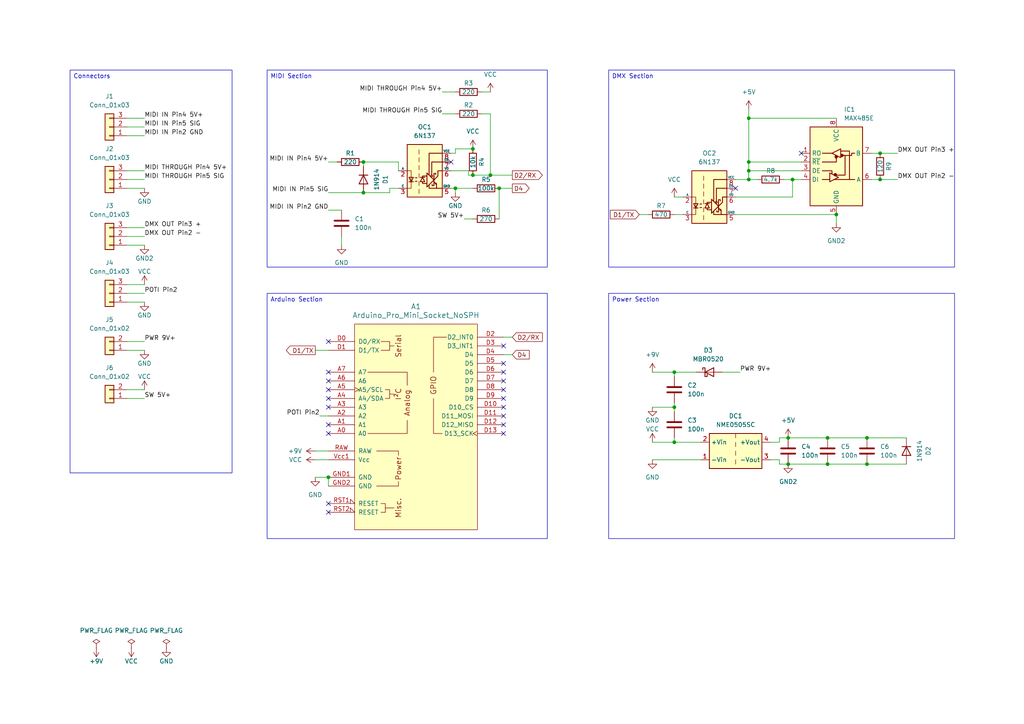
<source format=kicad_sch>
(kicad_sch (version 20230121) (generator eeschema)
  (paper "A4")
  (title_block (title "MIDI-DMX Bridge") (date "2024-01-20") (rev "1.0") (company "Christian Neukam"))
  (lib_symbols
    (symbol "6N137_1" (pin_names (offset 0))
      (property "Reference" "OC1" (at 0 12.7 0))
      (property "Value" "6N137" (at 0 10.16 0))
      (symbol "6N137_1_0_1"
        (polyline (pts (xy 2.667 -3.556) (xy 2.667 -1.651)) (stroke (width 0.254)))
        (polyline (pts (xy 2.667 -2.159) (xy 2.667 -2.921)) (stroke (width 0.254)))
        (polyline (pts (xy 3.429 -3.937) (xy 3.429 -5.08)) (stroke (width 0.254)))
        (polyline (pts (xy -0.635 -3.302) (xy -0.635 -3.683) (xy 0.635 -3.683)) (stroke (width 0.254)))
        (polyline (pts (xy -0.635 -1.905) (xy -0.635 -1.524) (xy 0.508 -1.524)) (stroke (width 0.254)))
        (polyline (pts (xy 1.27 -4.064) (xy 1.27 -5.08) (xy 5.08 -5.08)) (stroke (width 0.254)))
        (polyline (pts (xy 1.27 -1.27) (xy 1.27 5.08) (xy 5.08 5.08)) (stroke (width 0.254)))
        (polyline (pts (xy 2.032 -1.27) (xy 2.032 2.54) (xy 5.08 2.54)) (stroke (width 0.254)))
        (polyline (pts (xy -5.08 -5.08) (xy -3.937 -5.08) (xy -3.937 0) (xy -5.08 0)))
        (polyline (pts (xy 2.667 -3.302) (xy 2.667 -4.318) (xy 2.159 -4.318) (xy 2.159 -3.937)) (stroke (width 0.254)))
        (polyline (pts (xy 2.667 -2.667) (xy 0.635 -4.699) (xy 0.635 -0.635) (xy 2.667 -2.667)) (stroke (width 0.254)))
        (polyline (pts (xy 2.667 -1.778) (xy 2.667 -0.762) (xy 3.175 -0.762) (xy 3.175 -1.143)) (stroke (width 0.254)))
        (polyline (pts (xy 2.794 -2.54) (xy 3.81 -1.524) (xy 3.81 0) (xy 5.08 0)) (stroke (width 0.254)))
        (polyline (pts (xy 2.667 -3.175) (xy 3.429 -3.937) (xy 3.302 -3.556) (xy 3.048 -3.81) (xy 3.429 -3.937)) (stroke (width 0.254)))
        (circle (center 2.032 -1.524) (radius 0.254) (stroke (width 0.254)))
      )
      (symbol "6N137_1_1_1"
        (rectangle (start -5.08 7.62) (end 5.08 -7.62) (stroke (width 0.254)) (fill (type background)))
        (polyline (pts (xy -4.572 -3.175) (xy -3.302 -3.175)) (stroke (width 0.254)))
        (polyline (pts (xy -1.651 -5.334) (xy -1.651 -6.604)))
        (polyline (pts (xy -1.651 -3.048) (xy -1.651 -4.318)))
        (polyline (pts (xy -1.651 -0.762) (xy -1.651 -2.032)))
        (polyline (pts (xy -1.651 1.524) (xy -1.651 0.254)))
        (polyline (pts (xy -1.651 3.81) (xy -1.651 2.54)))
        (polyline (pts (xy -1.651 6.096) (xy -1.651 4.826)))
        (polyline (pts (xy -1.27 -1.905) (xy 0 -1.905)) (stroke (width 0.254)))
        (polyline (pts (xy -3.937 -3.175) (xy -4.572 -1.905) (xy -3.302 -1.905) (xy -3.937 -3.175)) (stroke (width 0.254)))
        (polyline (pts (xy -0.635 -1.905) (xy -1.27 -3.175) (xy 0 -3.175) (xy -0.635 -1.905)) (stroke (width 0.254)))
        (polyline (pts (xy -2.921 -3.048) (xy -2.159 -3.048) (xy -2.54 -3.175) (xy -2.54 -2.921) (xy -2.159 -3.048)) (stroke (width 0.127)))
        (polyline (pts (xy -2.921 -2.032) (xy -2.159 -2.032) (xy -2.54 -2.159) (xy -2.54 -1.905) (xy -2.159 -2.032)) (stroke (width 0.127)))
        (pin no_connect line (at -5.08 5.08 0) (length 2.54) hide (name "NC") (number "1"))
        (pin passive line (at -7.62 0 0) (length 2.54) (name "A") (number "2"))
        (pin passive line (at -7.62 -5.08 0) (length 2.54) (name "C") (number "3"))
        (pin no_connect line (at -5.08 2.54 0) (length 2.54) hide (name "NC") (number "4"))
        (pin power_in line (at 7.62 -5.08 180) (length 2.54) (name "GND") (number "5"))
        (pin open_collector line (at 7.62 0 180) (length 2.54) (name "VO") (number "6"))
        (pin input line (at 7.62 2.54 180) (length 2.54) (name "EN") (number "7"))
        (pin power_in line (at 7.62 5.08 180) (length 2.54) (name "VCC") (number "8"))
      )
    )
    (symbol "Connector_Generic:Conn_01x02" (pin_names (offset 1.016) hide)
      (property "Reference" "J" (at 0 2.54 0))
      (property "Value" "Conn_01x02" (at 0 -5.08 0))
      (symbol "Conn_01x02_1_1"
        (rectangle (start -1.27 -2.413) (end 0 -2.667) (stroke (width 0.1524)))
        (rectangle (start -1.27 0.127) (end 0 -0.127) (stroke (width 0.1524)))
        (rectangle (start -1.27 1.27) (end 1.27 -3.81) (stroke (width 0.254)) (fill (type background)))
        (pin passive line (at -5.08 0 0) (length 3.81) (name "Pin_1") (number "1"))
        (pin passive line (at -5.08 -2.54 0) (length 3.81) (name "Pin_2") (number "2"))
      )
    )
    (symbol "Connector_Generic:Conn_01x03" (pin_names (offset 1.016) hide)
      (property "Reference" "J" (at 0 5.08 0))
      (property "Value" "Conn_01x03" (at 0 -5.08 0))
      (symbol "Conn_01x03_1_1"
        (rectangle (start -1.27 -2.413) (end 0 -2.667) (stroke (width 0.1524)))
        (rectangle (start -1.27 0.127) (end 0 -0.127) (stroke (width 0.1524)))
        (rectangle (start -1.27 2.667) (end 0 2.413) (stroke (width 0.1524)))
        (rectangle (start -1.27 3.81) (end 1.27 -3.81) (stroke (width 0.254)) (fill (type background)))
        (pin passive line (at -5.08 2.54 0) (length 3.81) (name "Pin_1") (number "1"))
        (pin passive line (at -5.08 0 0) (length 3.81) (name "Pin_2") (number "2"))
        (pin passive line (at -5.08 -2.54 0) (length 3.81) (name "Pin_3") (number "3"))
      )
    )
    (symbol "Converter_DCDC:MEE1S0505SC"
      (property "Reference" "PS" (at -7.62 6.35 0))
      (property "Value" "MEE1S0505SC" (at 1.27 6.35 0))
      (symbol "MEE1S0505SC_0_0"
        (pin power_in line (at -10.16 -2.54 0) (length 2.54) (name "-Vin") (number "1"))
        (pin power_in line (at -10.16 2.54 0) (length 2.54) (name "+Vin") (number "2"))
        (pin power_out line (at 10.16 -2.54 180) (length 2.54) (name "-Vout") (number "3"))
        (pin power_out line (at 10.16 2.54 180) (length 2.54) (name "+Vout") (number "4"))
      )
      (symbol "MEE1S0505SC_0_1"
        (rectangle (start -7.62 5.08) (end 7.62 -5.08) (stroke (width 0.254)) (fill (type background)))
        (polyline (pts (xy 0 -2.54) (xy 0 -3.81)))
        (polyline (pts (xy 0 0) (xy 0 -1.27)))
        (polyline (pts (xy 0 2.54) (xy 0 1.27)))
        (polyline (pts (xy 0 5.08) (xy 0 3.81)))
      )
    )
    (symbol "Device:C" (pin_numbers hide) (pin_names (offset 0.254))
      (property "Reference" "C" (at 0.635 2.54 0))
      (property "Value" "C" (at 0.635 -2.54 0))
      (symbol "C_0_1"
        (polyline (pts (xy -2.032 -0.762) (xy 2.032 -0.762)) (stroke (width 0.508)))
        (polyline (pts (xy -2.032 0.762) (xy 2.032 0.762)) (stroke (width 0.508)))
      )
      (symbol "C_1_1"
        (pin passive line (at 0 3.81 270) (length 2.794) (name "~") (number "1"))
        (pin passive line (at 0 -3.81 90) (length 2.794) (name "~") (number "2"))
      )
    )
    (symbol "Device:D_Schottky" (pin_numbers hide) (pin_names (offset 1.016) hide)
      (property "Reference" "D" (at 0 2.54 0))
      (property "Value" "D_Schottky" (at 0 -2.54 0))
      (symbol "D_Schottky_0_1"
        (polyline (pts (xy 1.27 0) (xy -1.27 0)))
        (polyline (pts (xy 1.27 1.27) (xy 1.27 -1.27) (xy -1.27 0) (xy 1.27 1.27)) (stroke (width 0.254)))
        (polyline (pts (xy -1.905 0.635) (xy -1.905 1.27) (xy -1.27 1.27) (xy -1.27 -1.27) (xy -0.635 -1.27) (xy -0.635 -0.635)) (stroke (width 0.254)))
      )
      (symbol "D_Schottky_1_1"
        (pin passive line (at -3.81 0 0) (length 2.54) (name "K") (number "1"))
        (pin passive line (at 3.81 0 180) (length 2.54) (name "A") (number "2"))
      )
    )
    (symbol "Device:R" (pin_numbers hide) (pin_names (offset 0))
      (property "Reference" "R" (at 2.032 0 90))
      (property "Value" "R" (at 0 0 90))
      (symbol "R_0_1"
        (rectangle (start -1.016 -2.54) (end 1.016 2.54) (stroke (width 0.254)))
      )
      (symbol "R_1_1"
        (pin passive line (at 0 3.81 270) (length 1.27) (name "~") (number "1"))
        (pin passive line (at 0 -3.81 90) (length 1.27) (name "~") (number "2"))
      )
    )
    (symbol "Diode:1N914" (pin_numbers hide) (pin_names hide)
      (property "Reference" "D" (at 0 2.54 0))
      (property "Value" "1N914" (at 0 -2.54 0))
      (symbol "1N914_0_1"
        (polyline (pts (xy -1.27 1.27) (xy -1.27 -1.27)) (stroke (width 0.254)))
        (polyline (pts (xy 1.27 0) (xy -1.27 0)))
        (polyline (pts (xy 1.27 1.27) (xy 1.27 -1.27) (xy -1.27 0) (xy 1.27 1.27)) (stroke (width 0.254)))
      )
      (symbol "1N914_1_1"
        (pin passive line (at -3.81 0 0) (length 2.54) (name "K") (number "1"))
        (pin passive line (at 3.81 0 180) (length 2.54) (name "A") (number "2"))
      )
    )
    (symbol "Interface_UART:MAX485E"
      (property "Reference" "U" (at -6.096 11.43 0))
      (property "Value" "MAX485E" (at 0.762 11.43 0))
      (symbol "MAX485E_0_1"
        (rectangle (start -7.62 10.16) (end 7.62 -12.7) (stroke (width 0.254)) (fill (type background)))
        (circle (center -0.3048 -3.683) (radius 0.3556) (stroke (width 0.254)) (fill (type outline)))
        (circle (center -0.0254 1.4986) (radius 0.3556) (stroke (width 0.254)) (fill (type outline)))
        (polyline (pts (xy -4.064 -5.08) (xy -1.905 -5.08)) (stroke (width 0.254)))
        (polyline (pts (xy -4.064 2.54) (xy -1.27 2.54)) (stroke (width 0.254)))
        (polyline (pts (xy -1.27 -3.2004) (xy -1.27 -3.4544)) (stroke (width 0.254)))
        (polyline (pts (xy -0.635 -5.08) (xy 5.334 -5.08)) (stroke (width 0.254)))
        (polyline (pts (xy -4.064 -2.54) (xy -1.27 -2.54) (xy -1.27 -3.175)) (stroke (width 0.254)))
        (polyline (pts (xy 0 1.27) (xy 0 0) (xy -4.064 0)) (stroke (width 0.254)))
        (polyline (pts (xy 1.27 3.175) (xy 3.81 3.175) (xy 3.81 -5.08)) (stroke (width 0.254)))
        (polyline (pts (xy 2.54 1.905) (xy 2.54 -3.81) (xy 0 -3.81)) (stroke (width 0.254)))
        (polyline (pts (xy -1.905 -3.175) (xy -1.905 -5.715) (xy 0.635 -4.445) (xy -1.905 -3.175)) (stroke (width 0.254)))
        (polyline (pts (xy -1.27 2.54) (xy 1.27 3.81) (xy 1.27 1.27) (xy -1.27 2.54)) (stroke (width 0.254)))
        (polyline (pts (xy 1.905 1.905) (xy 4.445 1.905) (xy 4.445 2.54) (xy 5.334 2.54)) (stroke (width 0.254)))
        (rectangle (start 1.27 3.175) (end 1.27 3.175))
        (circle (center 1.651 1.905) (radius 0.3556) (stroke (width 0.254)) (fill (type outline)))
      )
      (symbol "MAX485E_1_1"
        (pin output line (at -10.16 2.54 0) (length 2.54) (name "RO") (number "1"))
        (pin input line (at -10.16 0 0) (length 2.54) (name "~{RE}") (number "2"))
        (pin input line (at -10.16 -2.54 0) (length 2.54) (name "DE") (number "3"))
        (pin input line (at -10.16 -5.08 0) (length 2.54) (name "DI") (number "4"))
        (pin power_in line (at 0 -15.24 90) (length 2.54) (name "GND") (number "5"))
        (pin bidirectional line (at 10.16 -5.08 180) (length 2.54) (name "A") (number "6"))
        (pin bidirectional line (at 10.16 2.54 180) (length 2.54) (name "B") (number "7"))
        (pin power_in line (at 0 12.7 270) (length 2.54) (name "VCC") (number "8"))
      )
    )
    (symbol "Isolator:6N137" (pin_names (offset 0))
      (property "Reference" "OC2" (at 0 12.7 0))
      (property "Value" "6N137" (at 0 10.16 0))
      (symbol "6N137_0_1"
        (polyline (pts (xy 2.667 -3.556) (xy 2.667 -1.651)) (stroke (width 0.254)))
        (polyline (pts (xy 2.667 -2.159) (xy 2.667 -2.921)) (stroke (width 0.254)))
        (polyline (pts (xy 3.429 -3.937) (xy 3.429 -5.08)) (stroke (width 0.254)))
        (polyline (pts (xy -0.635 -3.302) (xy -0.635 -3.683) (xy 0.635 -3.683)) (stroke (width 0.254)))
        (polyline (pts (xy -0.635 -1.905) (xy -0.635 -1.524) (xy 0.508 -1.524)) (stroke (width 0.254)))
        (polyline (pts (xy 1.27 -4.064) (xy 1.27 -5.08) (xy 5.08 -5.08)) (stroke (width 0.254)))
        (polyline (pts (xy 1.27 -1.27) (xy 1.27 5.08) (xy 5.08 5.08)) (stroke (width 0.254)))
        (polyline (pts (xy 2.032 -1.27) (xy 2.032 2.54) (xy 5.08 2.54)) (stroke (width 0.254)))
        (polyline (pts (xy -5.08 -5.08) (xy -3.937 -5.08) (xy -3.937 0) (xy -5.08 0)))
        (polyline (pts (xy 2.667 -3.302) (xy 2.667 -4.318) (xy 2.159 -4.318) (xy 2.159 -3.937)) (stroke (width 0.254)))
        (polyline (pts (xy 2.667 -2.667) (xy 0.635 -4.699) (xy 0.635 -0.635) (xy 2.667 -2.667)) (stroke (width 0.254)))
        (polyline (pts (xy 2.667 -1.778) (xy 2.667 -0.762) (xy 3.175 -0.762) (xy 3.175 -1.143)) (stroke (width 0.254)))
        (polyline (pts (xy 2.794 -2.54) (xy 3.81 -1.524) (xy 3.81 0) (xy 5.08 0)) (stroke (width 0.254)))
        (polyline (pts (xy 2.667 -3.175) (xy 3.429 -3.937) (xy 3.302 -3.556) (xy 3.048 -3.81) (xy 3.429 -3.937)) (stroke (width 0.254)))
        (circle (center 2.032 -1.524) (radius 0.254) (stroke (width 0.254)))
      )
      (symbol "6N137_1_1"
        (rectangle (start -5.08 7.62) (end 5.08 -7.62) (stroke (width 0.254)) (fill (type background)))
        (polyline (pts (xy -4.572 -3.175) (xy -3.302 -3.175)) (stroke (width 0.254)))
        (polyline (pts (xy -1.651 -5.334) (xy -1.651 -6.604)))
        (polyline (pts (xy -1.651 -3.048) (xy -1.651 -4.318)))
        (polyline (pts (xy -1.651 -0.762) (xy -1.651 -2.032)))
        (polyline (pts (xy -1.651 1.524) (xy -1.651 0.254)))
        (polyline (pts (xy -1.651 3.81) (xy -1.651 2.54)))
        (polyline (pts (xy -1.651 6.096) (xy -1.651 4.826)))
        (polyline (pts (xy -1.27 -1.905) (xy 0 -1.905)) (stroke (width 0.254)))
        (polyline (pts (xy -3.937 -3.175) (xy -4.572 -1.905) (xy -3.302 -1.905) (xy -3.937 -3.175)) (stroke (width 0.254)))
        (polyline (pts (xy -0.635 -1.905) (xy -1.27 -3.175) (xy 0 -3.175) (xy -0.635 -1.905)) (stroke (width 0.254)))
        (polyline (pts (xy -2.921 -3.048) (xy -2.159 -3.048) (xy -2.54 -3.175) (xy -2.54 -2.921) (xy -2.159 -3.048)) (stroke (width 0.127)))
        (polyline (pts (xy -2.921 -2.032) (xy -2.159 -2.032) (xy -2.54 -2.159) (xy -2.54 -1.905) (xy -2.159 -2.032)) (stroke (width 0.127)))
        (pin no_connect line (at -5.08 5.08 0) (length 2.54) hide (name "NC") (number "1"))
        (pin passive line (at -7.62 0 0) (length 2.54) (name "A") (number "2"))
        (pin passive line (at -7.62 -5.08 0) (length 2.54) (name "C") (number "3"))
        (pin no_connect line (at -5.08 2.54 0) (length 2.54) hide (name "NC") (number "4"))
        (pin power_in line (at 7.62 -5.08 180) (length 2.54) (name "GND") (number "5"))
        (pin open_collector line (at 7.62 0 180) (length 2.54) (name "VO") (number "6"))
        (pin input line (at 7.62 2.54 180) (length 2.54) (name "EN") (number "7"))
        (pin power_in line (at 7.62 5.08 180) (length 2.54) (name "VCC") (number "8"))
      )
    )
    (symbol "PCM_arduino-library:Arduino_Pro_Mini_Socket_NoSPH" (pin_names (offset 1.016))
      (property "Reference" "A" (at 0 36.83 0))
      (property "Value" "Arduino_Pro_Mini_Socket_NoSPH" (at 0 33.02 0))
      (symbol "Arduino_Pro_Mini_Socket_NoSPH_0_0"
        (rectangle (start -17.78 30.48) (end 17.78 -29.21) (fill (type background)))
        (polyline (pts (xy -7.62 10.16) (xy -6.35 10.16)))
        (polyline (pts (xy -7.62 24.13) (xy -6.35 24.13)))
        (polyline (pts (xy -6.35 -22.86) (xy -8.89 -22.86)))
        (polyline (pts (xy -11.43 -16.51) (xy -5.08 -16.51) (xy -5.08 -15.24)))
        (polyline (pts (xy -5.08 -7.62) (xy -5.08 -6.35) (xy -11.43 -6.35)))
        (polyline (pts (xy -2.54 2.54) (xy -2.54 -1.27) (xy -13.97 -1.27)))
        (polyline (pts (xy -2.54 12.7) (xy -2.54 16.51) (xy -13.97 16.51)))
        (polyline (pts (xy -10.16 25.4) (xy -7.62 25.4) (xy -7.62 22.86) (xy -10.16 22.86)))
        (polyline (pts (xy -8.89 11.43) (xy -7.62 11.43) (xy -7.62 8.89) (xy -8.89 8.89)))
        (text "Analog" (at -2.54 7.62 900) (effects (font (size 1.524 1.524))))
        (text "I²C" (at -5.08 10.16 900) (effects (font (size 1.524 1.524))))
        (text "Misc." (at -5.08 -22.86 900) (effects (font (size 1.524 1.524))))
        (text "Power" (at -5.08 -11.43 900) (effects (font (size 1.524 1.524))))
        (text "Serial" (at -5.08 24.13 900) (effects (font (size 1.524 1.524))))
      )
      (symbol "Arduino_Pro_Mini_Socket_NoSPH_0_1"
        (polyline (pts (xy 7.62 -1.27) (xy 5.08 -1.27) (xy 5.08 8.89)))
        (polyline (pts (xy 8.89 26.67) (xy 5.08 26.67) (xy 5.08 16.51)))
        (polyline (pts (xy -10.16 -24.13) (xy -8.89 -24.13) (xy -8.89 -21.59) (xy -10.16 -21.59)))
      )
      (symbol "Arduino_Pro_Mini_Socket_NoSPH_1_0"
        (text "GPIO" (at 5.08 12.7 900) (effects (font (size 1.524 1.524))))
      )
      (symbol "Arduino_Pro_Mini_Socket_NoSPH_1_1"
        (pin bidirectional line (at -25.4 -1.27 0) (length 7.62) (name "A0") (number "A0"))
        (pin bidirectional line (at -25.4 1.27 0) (length 7.62) (name "A1") (number "A1"))
        (pin bidirectional line (at -25.4 3.81 0) (length 7.62) (name "A2") (number "A2"))
        (pin bidirectional line (at -25.4 6.35 0) (length 7.62) (name "A3") (number "A3"))
        (pin bidirectional line (at -25.4 8.89 0) (length 7.62) (name "A4/SDA") (number "A4"))
        (pin bidirectional clock (at -25.4 11.43 0) (length 7.62) (name "A5/SCL") (number "A5"))
        (pin input line (at -25.4 13.97 0) (length 7.62) (name "A6") (number "A6"))
        (pin input line (at -25.4 16.51 0) (length 7.62) (name "A7") (number "A7"))
        (pin bidirectional line (at -25.4 25.4 0) (length 7.62) (name "D0/RX") (number "D0"))
        (pin bidirectional line (at -25.4 22.86 0) (length 7.62) (name "D1/TX") (number "D1"))
        (pin bidirectional line (at 25.4 6.35 180) (length 7.62) (name "D10_CS") (number "D10"))
        (pin bidirectional line (at 25.4 3.81 180) (length 7.62) (name "D11_MOSI") (number "D11"))
        (pin bidirectional line (at 25.4 1.27 180) (length 7.62) (name "D12_MISO") (number "D12"))
        (pin bidirectional clock (at 25.4 -1.27 180) (length 7.62) (name "D13_SCK") (number "D13"))
        (pin bidirectional line (at 25.4 26.67 180) (length 7.62) (name "D2_INT0") (number "D2"))
        (pin bidirectional line (at 25.4 24.13 180) (length 7.62) (name "D3_INT1") (number "D3"))
        (pin bidirectional line (at 25.4 21.59 180) (length 7.62) (name "D4") (number "D4"))
        (pin bidirectional line (at 25.4 19.05 180) (length 7.62) (name "D5") (number "D5"))
        (pin bidirectional line (at 25.4 16.51 180) (length 7.62) (name "D6") (number "D6"))
        (pin bidirectional line (at 25.4 13.97 180) (length 7.62) (name "D7") (number "D7"))
        (pin bidirectional line (at 25.4 11.43 180) (length 7.62) (name "D8") (number "D8"))
        (pin bidirectional line (at 25.4 8.89 180) (length 7.62) (name "D9") (number "D9"))
        (pin power_in line (at -25.4 -13.97 0) (length 7.62) (name "GND") (number "GND1"))
        (pin power_in line (at -25.4 -16.51 0) (length 7.62) (name "GND") (number "GND2"))
        (pin power_in line (at -25.4 -6.35 0) (length 7.62) (name "RAW") (number "RAW"))
        (pin open_collector input_low (at -25.4 -21.59 0) (length 7.62) (name "RESET") (number "RST1"))
        (pin open_collector input_low (at -25.4 -24.13 0) (length 7.62) (name "RESET") (number "RST2"))
        (pin power_in line (at -25.4 -8.89 0) (length 7.62) (name "Vcc") (number "Vcc1"))
      )
    )
    (symbol "power:+5V" (power) (pin_names (offset 0))
      (property "Value" "+5V" (at 0 3.556 0))
      (symbol "+5V_0_1"
        (polyline (pts (xy -0.762 1.27) (xy 0 2.54)))
        (polyline (pts (xy 0 0) (xy 0 2.54)))
        (polyline (pts (xy 0 2.54) (xy 0.762 1.27)))
      )
      (symbol "+5V_1_1"
        (pin power_in line (at 0 0 90) (length 0) hide (name "+5V") (number "1"))
      )
    )
    (symbol "power:+9V" (power) (pin_names (offset 0))
      (property "Value" "+9V" (at 0 3.556 0))
      (symbol "+9V_0_1"
        (polyline (pts (xy -0.762 1.27) (xy 0 2.54)))
        (polyline (pts (xy 0 0) (xy 0 2.54)))
        (polyline (pts (xy 0 2.54) (xy 0.762 1.27)))
      )
      (symbol "+9V_1_1"
        (pin power_in line (at 0 0 90) (length 0) hide (name "+9V") (number "1"))
      )
    )
    (symbol "power:GND" (power) (pin_names (offset 0))
      (property "Value" "GND" (at 0 -3.81 0))
      (symbol "GND_0_1"
        (polyline (pts (xy 0 0) (xy 0 -1.27) (xy 1.27 -1.27) (xy 0 -2.54) (xy -1.27 -1.27) (xy 0 -1.27)))
      )
      (symbol "GND_1_1"
        (pin power_in line (at 0 0 270) (length 0) hide (name "GND") (number "1"))
      )
    )
    (symbol "power:GND2" (power) (pin_names (offset 0))
      (property "Value" "GND2" (at 0 -3.81 0))
      (symbol "GND2_0_1"
        (polyline (pts (xy 0 0) (xy 0 -1.27) (xy 1.27 -1.27) (xy 0 -2.54) (xy -1.27 -1.27) (xy 0 -1.27)))
      )
      (symbol "GND2_1_1"
        (pin power_in line (at 0 0 270) (length 0) hide (name "GND2") (number "1"))
      )
    )
    (symbol "power:PWR_FLAG" (power) (pin_numbers hide) (pin_names (offset 0) hide)
      (property "Value" "PWR_FLAG" (at 0 3.81 0))
      (symbol "PWR_FLAG_0_0"
        (pin power_out line (at 0 0 90) (length 0) (name "pwr") (number "1"))
      )
      (symbol "PWR_FLAG_0_1"
        (polyline (pts (xy 0 0) (xy 0 1.27) (xy -1.016 1.905) (xy 0 2.54) (xy 1.016 1.905) (xy 0 1.27)))
      )
    )
    (symbol "power:VCC" (power) (pin_names (offset 0))
      (property "Value" "VCC" (at 0 3.81 0))
      (symbol "VCC_0_1"
        (polyline (pts (xy -0.762 1.27) (xy 0 2.54)))
        (polyline (pts (xy 0 0) (xy 0 2.54)))
        (polyline (pts (xy 0 2.54) (xy 0.762 1.27)))
      )
      (symbol "VCC_1_1"
        (pin power_in line (at 0 0 90) (length 0) hide (name "VCC") (number "1"))
      )
    )
  )
  (junction (at 105.41 55.88))
  (junction (at 240.03 134.62))
  (junction (at 217.17 46.99))
  (junction (at 228.6 134.62))
  (junction (at 95.25 138.43))
  (junction (at 217.17 34.29))
  (junction (at 132.08 54.61))
  (junction (at 255.27 52.07))
  (junction (at 195.58 128.27))
  (junction (at 217.17 49.53))
  (junction (at 195.58 107.95))
  (junction (at 228.6 127))
  (junction (at 144.78 54.61))
  (junction (at 137.16 50.8))
  (junction (at 142.24 50.8))
  (junction (at 242.57 62.23))
  (junction (at 137.16 43.18))
  (junction (at 251.46 134.62))
  (junction (at 251.46 127))
  (junction (at 255.27 44.45))
  (junction (at 217.17 52.07))
  (junction (at 229.87 52.07))
  (junction (at 240.03 127))
  (junction (at 105.41 46.99))
  (junction (at 195.58 118.11))
  (no_connect (at 146.05 113.03))
  (no_connect (at 146.05 115.57))
  (no_connect (at 95.25 146.05))
  (no_connect (at 146.05 120.65))
  (no_connect (at 146.05 125.73))
  (no_connect (at 146.05 107.95))
  (no_connect (at 146.05 100.33))
  (no_connect (at 130.81 46.99))
  (no_connect (at 95.25 115.57))
  (no_connect (at 213.36 54.61))
  (no_connect (at 95.25 125.73))
  (no_connect (at 95.25 99.06))
  (no_connect (at 95.25 123.19))
  (no_connect (at 95.25 113.03))
  (no_connect (at 95.25 148.59))
  (no_connect (at 146.05 105.41))
  (no_connect (at 146.05 110.49))
  (no_connect (at 146.05 123.19))
  (no_connect (at 232.41 44.45))
  (no_connect (at 95.25 110.49))
  (no_connect (at 146.05 118.11))
  (no_connect (at 95.25 107.95))
  (no_connect (at 95.25 118.11))
  (wire (pts (xy 195.58 118.11) (xy 195.58 119.38)))
  (wire (pts (xy 105.41 48.26) (xy 105.41 46.99)))
  (wire (pts (xy 144.78 54.61) (xy 144.78 63.5)))
  (wire (pts (xy 95.25 55.88) (xy 105.41 55.88)))
  (wire (pts (xy 36.83 66.04) (xy 41.91 66.04)))
  (wire (pts (xy 252.73 52.07) (xy 255.27 52.07)))
  (wire (pts (xy 217.17 46.99) (xy 232.41 46.99)))
  (wire (pts (xy 209.55 107.95) (xy 214.63 107.95)))
  (wire (pts (xy 229.87 52.07) (xy 232.41 52.07)))
  (wire (pts (xy 217.17 34.29) (xy 242.57 34.29)))
  (wire (pts (xy 242.57 62.23) (xy 242.57 64.77)))
  (wire (pts (xy 229.87 57.15) (xy 229.87 52.07)))
  (wire (pts (xy 185.42 62.23) (xy 187.96 62.23)))
  (wire (pts (xy 217.17 46.99) (xy 217.17 49.53)))
  (wire (pts (xy 36.83 39.37) (xy 41.91 39.37)))
  (wire (pts (xy 213.36 52.07) (xy 217.17 52.07)))
  (wire (pts (xy 137.16 50.8) (xy 142.24 50.8)))
  (wire (pts (xy 251.46 127) (xy 262.89 127)))
  (wire (pts (xy 91.44 130.81) (xy 95.25 130.81)))
  (wire (pts (xy 36.83 52.07) (xy 41.91 52.07)))
  (wire (pts (xy 219.71 52.07) (xy 217.17 52.07)))
  (wire (pts (xy 227.33 52.07) (xy 229.87 52.07)))
  (wire (pts (xy 128.27 26.67) (xy 132.08 26.67)))
  (wire (pts (xy 189.23 107.95) (xy 195.58 107.95)))
  (wire (pts (xy 132.08 54.61) (xy 137.16 54.61)))
  (wire (pts (xy 92.71 120.65) (xy 95.25 120.65)))
  (wire (pts (xy 240.03 134.62) (xy 251.46 134.62)))
  (wire (pts (xy 134.62 63.5) (xy 137.16 63.5)))
  (wire (pts (xy 146.05 102.87) (xy 148.59 102.87)))
  (wire (pts (xy 135.89 49.53) (xy 135.89 50.8)))
  (wire (pts (xy 195.58 116.84) (xy 195.58 118.11)))
  (wire (pts (xy 213.36 57.15) (xy 229.87 57.15)))
  (wire (pts (xy 130.81 44.45) (xy 132.08 44.45)))
  (wire (pts (xy 36.83 49.53) (xy 41.91 49.53)))
  (wire (pts (xy 36.83 68.58) (xy 41.91 68.58)))
  (wire (pts (xy 36.83 34.29) (xy 41.91 34.29)))
  (wire (pts (xy 195.58 107.95) (xy 195.58 109.22)))
  (wire (pts (xy 240.03 127) (xy 251.46 127)))
  (wire (pts (xy 228.6 127) (xy 240.03 127)))
  (wire (pts (xy 115.57 49.53) (xy 115.57 46.99)))
  (wire (pts (xy 146.05 97.79) (xy 148.59 97.79)))
  (wire (pts (xy 132.08 54.61) (xy 132.08 55.88)))
  (wire (pts (xy 113.03 54.61) (xy 115.57 54.61)))
  (wire (pts (xy 223.52 133.35) (xy 226.06 133.35)))
  (wire (pts (xy 113.03 54.61) (xy 113.03 55.88)))
  (wire (pts (xy 105.41 46.99) (xy 115.57 46.99)))
  (wire (pts (xy 130.81 54.61) (xy 132.08 54.61)))
  (wire (pts (xy 252.73 44.45) (xy 255.27 44.45)))
  (wire (pts (xy 255.27 44.45) (xy 260.35 44.45)))
  (wire (pts (xy 36.83 101.6) (xy 41.91 101.6)))
  (wire (pts (xy 91.44 138.43) (xy 95.25 138.43)))
  (wire (pts (xy 195.58 62.23) (xy 198.12 62.23)))
  (wire (pts (xy 36.83 115.57) (xy 41.91 115.57)))
  (wire (pts (xy 95.25 138.43) (xy 95.25 140.97)))
  (wire (pts (xy 195.58 57.15) (xy 198.12 57.15)))
  (wire (pts (xy 217.17 34.29) (xy 217.17 46.99)))
  (wire (pts (xy 36.83 85.09) (xy 41.91 85.09)))
  (wire (pts (xy 255.27 52.07) (xy 260.35 52.07)))
  (wire (pts (xy 95.25 46.99) (xy 97.79 46.99)))
  (wire (pts (xy 217.17 49.53) (xy 232.41 49.53)))
  (wire (pts (xy 189.23 118.11) (xy 195.58 118.11)))
  (wire (pts (xy 36.83 54.61) (xy 41.91 54.61)))
  (wire (pts (xy 132.08 44.45) (xy 132.08 43.18)))
  (wire (pts (xy 142.24 50.8) (xy 148.59 50.8)))
  (wire (pts (xy 95.25 60.96) (xy 99.06 60.96)))
  (wire (pts (xy 189.23 128.27) (xy 195.58 128.27)))
  (wire (pts (xy 226.06 134.62) (xy 228.6 134.62)))
  (wire (pts (xy 130.81 49.53) (xy 135.89 49.53)))
  (wire (pts (xy 223.52 128.27) (xy 226.06 128.27)))
  (wire (pts (xy 195.58 127) (xy 195.58 128.27)))
  (wire (pts (xy 128.27 33.02) (xy 132.08 33.02)))
  (wire (pts (xy 36.83 36.83) (xy 41.91 36.83)))
  (wire (pts (xy 132.08 43.18) (xy 137.16 43.18)))
  (wire (pts (xy 139.7 26.67) (xy 142.24 26.67)))
  (wire (pts (xy 189.23 133.35) (xy 203.2 133.35)))
  (wire (pts (xy 36.83 113.03) (xy 41.91 113.03)))
  (wire (pts (xy 91.44 101.6) (xy 95.25 101.6)))
  (wire (pts (xy 36.83 87.63) (xy 41.91 87.63)))
  (wire (pts (xy 139.7 33.02) (xy 142.24 33.02)))
  (wire (pts (xy 142.24 33.02) (xy 142.24 50.8)))
  (wire (pts (xy 195.58 128.27) (xy 203.2 128.27)))
  (wire (pts (xy 217.17 49.53) (xy 217.17 52.07)))
  (wire (pts (xy 228.6 134.62) (xy 240.03 134.62)))
  (wire (pts (xy 105.41 55.88) (xy 113.03 55.88)))
  (wire (pts (xy 99.06 68.58) (xy 99.06 71.12)))
  (wire (pts (xy 217.17 31.75) (xy 217.17 34.29)))
  (wire (pts (xy 144.78 54.61) (xy 148.59 54.61)))
  (wire (pts (xy 226.06 128.27) (xy 226.06 127)))
  (wire (pts (xy 36.83 99.06) (xy 41.91 99.06)))
  (wire (pts (xy 226.06 127) (xy 228.6 127)))
  (wire (pts (xy 226.06 133.35) (xy 226.06 134.62)))
  (wire (pts (xy 36.83 82.55) (xy 41.91 82.55)))
  (wire (pts (xy 251.46 134.62) (xy 262.89 134.62)))
  (wire (pts (xy 195.58 107.95) (xy 201.93 107.95)))
  (wire (pts (xy 36.83 71.12) (xy 41.91 71.12)))
  (wire (pts (xy 135.89 50.8) (xy 137.16 50.8)))
  (wire (pts (xy 213.36 62.23) (xy 242.57 62.23)))
  (wire (pts (xy 91.44 133.35) (xy 95.25 133.35)))
  (text_box "DMX Section\n" (at 176.53 20.32 0) (size 100.33 57.15) (effects (font (size 1.27 1.27)) (justify left top)))
  (text_box "Arduino Section" (at 77.47 85.09 0) (size 81.28 71.12) (effects (font (size 1.27 1.27)) (justify left top)))
  (text_box "MIDI Section" (at 77.47 20.32 0) (size 81.28 57.15) (effects (font (size 1.27 1.27)) (justify left top)))
  (text_box "Power Section" (at 176.53 85.09 0) (size 100.33 71.12) (effects (font (size 1.27 1.27)) (justify left top)))
  (text_box "Connectors\n" (at 20.32 20.32 0) (size 46.99 116.84) (effects (font (size 1.27 1.27)) (justify left top)))
  (label "PWR 9V+" (at 41.91 99.06 0))
  (label "PWR 9V+" (at 214.63 107.95 0))
  (label "POTI Pin2" (at 92.71 120.65 180))
  (label "MIDI THROUGH Pin5 SIG" (at 128.27 33.02 180))
  (label "MIDI IN Pin4 5V+" (at 95.25 46.99 180))
  (label "MIDI THROUGH Pin4 5V+" (at 128.27 26.67 180))
  (label "SW 5V+" (at 41.91 115.57 0))
  (label "SW 5V+" (at 134.62 63.5 180))
  (label "DMX OUT Pin3 +" (at 41.91 66.04 0))
  (label "MIDI THROUGH Pin4 5V+" (at 41.91 49.53 0))
  (label "DMX OUT Pin3 +" (at 260.35 44.45 0))
  (label "MIDI IN Pin4 5V+" (at 41.91 34.29 0))
  (label "POTI Pin2" (at 41.91 85.09 0))
  (label "DMX OUT Pin2 -" (at 41.91 68.58 0))
  (label "MIDI THROUGH Pin5 SIG" (at 41.91 52.07 0))
  (label "MIDI IN Pin5 SIG" (at 41.91 36.83 0))
  (label "MIDI IN Pin2 GND" (at 95.25 60.96 180))
  (label "MIDI IN Pin2 GND" (at 41.91 39.37 0))
  (label "DMX OUT Pin2 -" (at 260.35 52.07 0))
  (label "MIDI IN Pin5 SIG" (at 95.25 55.88 180))
  (global_label "D1{slash}TX" (shape output) (at 91.44 101.6 180) (property "Intersheetrefs" "${INTERSHEET_REFS}" (effects hide)))
  (global_label "D1{slash}TX" (shape input) (at 185.42 62.23 180) (property "Intersheetrefs" "${INTERSHEET_REFS}" (effects hide)))
  (global_label "D2{slash}RX" (shape input) (at 148.59 97.79 0) (property "Intersheetrefs" "${INTERSHEET_REFS}" (effects hide)))
  (global_label "D2{slash}RX" (shape output) (at 148.59 50.8 0) (property "Intersheetrefs" "${INTERSHEET_REFS}" (effects hide)))
  (global_label "D4" (shape input) (at 148.59 102.87 0) (property "Intersheetrefs" "${INTERSHEET_REFS}" (effects hide)))
  (global_label "D4" (shape output) (at 148.59 54.61 0) (property "Intersheetrefs" "${INTERSHEET_REFS}" (effects hide)))
  (symbol (lib_id "Interface_UART:MAX485E") (at 242.57 46.99 0) (unit 1)
    (property "Reference" "IC1" (at 244.7641 31.75 0) (effects (justify left)))
    (property "Value" "MAX485E" (at 244.7641 34.29 0) (effects (justify left)))
    (property "Footprint" "Package_SO:SOIC-8_3.9x4.9mm_P1.27mm" (effects hide))
    (property "Datasheet" "https://datasheets.maximintegrated.com/en/ds/MAX1487E-MAX491E.pdf" (effects hide))
    (property "URL" "https://www.reichelt.de/rs485-422-1-treiber-1-empfaenger-dip-8-max-485-cpa-p39599.html" (effects hide))
  )
  (symbol (lib_id "power:GND") (at 99.06 71.12 0) (unit 1)
    (property "Reference" "#PWR01" (effects hide))
    (property "Value" "GND" (at 99.06 76.2 0))
  )
  (symbol (lib_id "Device:C") (at 251.46 130.81 0) (unit 1)
    (property "Reference" "C6" (at 255.27 129.54 0) (effects (justify left)))
    (property "Value" "100n" (at 255.27 132.08 0) (effects (justify left)))
    (property "Footprint" "Capacitor_SMD:C_1206_3216Metric" (effects hide))
    (property "Datasheet" "https://cdn-reichelt.de/documents/datenblatt/B300/WIMA_MKS_02.pdf" (effects hide))
    (property "URL" "https://www.reichelt.de/mks02-pet-kondensator-100-nf-10-63-vdc-rm-2-5-mks02-63-100n-p12314.html" (effects hide))
  )
  (symbol (lib_id "Device:C") (at 195.58 113.03 0) (unit 1)
    (property "Reference" "C2" (at 199.39 111.76 0) (effects (justify left)))
    (property "Value" "100n" (at 199.39 114.3 0) (effects (justify left)))
    (property "Footprint" "Capacitor_SMD:C_1206_3216Metric" (effects hide))
    (property "Datasheet" "https://cdn-reichelt.de/documents/datenblatt/B300/WIMA_MKS_02.pdf" (effects hide))
    (property "URL" "https://www.reichelt.de/mks02-pet-kondensator-100-nf-10-63-vdc-rm-2-5-mks02-63-100n-p12314.html" (effects hide))
  )
  (symbol (lib_id "power:+5V") (at 228.6 127 0) (unit 1)
    (property "Reference" "#PWR08" (effects hide))
    (property "Value" "+5V" (at 228.6 121.92 0))
  )
  (symbol (lib_id "power:VCC") (at 91.44 133.35 90) (unit 1)
    (property "Reference" "#PWR017" (effects hide))
    (property "Value" "VCC" (at 87.63 133.35 90) (effects (justify left)))
  )
  (symbol (lib_id "power:GND") (at 41.91 101.6 0) (unit 1)
    (property "Reference" "#PWR015" (effects hide))
    (property "Value" "GND" (at 41.91 105.41 0))
  )
  (symbol (lib_id "Device:C") (at 228.6 130.81 0) (unit 1)
    (property "Reference" "C4" (at 232.41 129.54 0) (effects (justify left)))
    (property "Value" "100n" (at 232.41 132.08 0) (effects (justify left)))
    (property "Footprint" "Capacitor_SMD:C_1206_3216Metric" (effects hide))
    (property "Datasheet" "https://cdn-reichelt.de/documents/datenblatt/B300/WIMA_MKS_02.pdf" (effects hide))
    (property "URL" "https://www.reichelt.de/mks02-pet-kondensator-100-nf-10-63-vdc-rm-2-5-mks02-63-100n-p12314.html" (effects hide))
  )
  (symbol (lib_id "Converter_DCDC:MEE1S0505SC") (at 213.36 130.81 0) (unit 1)
    (property "Reference" "DC1" (at 213.36 120.65 0))
    (property "Value" "NME0505SC" (at 213.36 123.19 0))
    (property "Footprint" "Converter_DCDC:Converter_DCDC_Murata_MEE1SxxxxSC_THT" (effects hide))
    (property "Datasheet" "https://power.murata.com/pub/data/power/ncl/kdc_mee1.pdf" (effects hide))
    (property "URL" "https://www.reichelt.de/dc-dc-wandler-1-w-5-vin-single-5-vout-200-ma-sil-nme0505sc-p140648.html" (effects hide))
  )
  (symbol (lib_id "Device:C") (at 99.06 64.77 0) (unit 1)
    (property "Reference" "C1" (at 102.87 63.5 0) (effects (justify left)))
    (property "Value" "100n" (at 102.87 66.04 0) (effects (justify left)))
    (property "Footprint" "Capacitor_SMD:C_1206_3216Metric" (effects hide))
    (property "Datasheet" "https://cdn-reichelt.de/documents/datenblatt/B300/WIMA_MKS_02.pdf" (effects hide))
    (property "URL" "https://www.reichelt.de/mks02-pet-kondensator-100-nf-10-63-vdc-rm-2-5-mks02-63-100n-p12314.html" (effects hide))
  )
  (symbol (lib_id "power:GND") (at 189.23 133.35 0) (unit 1)
    (property "Reference" "#PWR07" (effects hide))
    (property "Value" "GND" (at 189.23 138.43 0))
  )
  (symbol (lib_id "power:VCC") (at 189.23 128.27 0) (unit 1)
    (property "Reference" "#PWR012" (effects hide))
    (property "Value" "VCC" (at 189.23 124.46 0))
  )
  (symbol (lib_id "Device:R") (at 140.97 63.5 90) (unit 1)
    (property "Reference" "R6" (at 140.97 60.96 90))
    (property "Value" "270" (at 140.97 63.5 90))
    (property "Footprint" "Resistor_SMD:R_1206_3216Metric" (effects hide))
    (property "Datasheet" "https://www.reichelt.de/index.html?ACTION=7&LA=3&OPEN=0&INDEX=0&FILENAME=B400%2F1_4W%23YAG.pdf" (effects hide))
    (property "URL" "https://www.reichelt.de/widerstand-kohleschicht-270-ohm-0207-250-mw-5--1-4w-270-p1390.html" (effects hide))
  )
  (symbol (lib_id "Device:R") (at 137.16 46.99 0) (unit 1)
    (property "Reference" "R4" (at 139.7 46.99 90))
    (property "Value" "10k" (at 137.16 46.99 90))
    (property "Footprint" "Resistor_SMD:R_1206_3216Metric" (effects hide))
    (property "Datasheet" "https://www.reichelt.de/index.html?ACTION=7&LA=3&OPEN=0&INDEX=0&FILENAME=B400%2F1_4W%23YAG.pdf" (effects hide))
    (property "URL" "https://www.reichelt.de/widerstand-kohleschicht-10-kohm-0207-250-mw-5--1-4w-10k-p1338.html" (effects hide))
  )
  (symbol (lib_id "power:GND") (at 132.08 55.88 0) (unit 1)
    (property "Reference" "#PWR03" (effects hide))
    (property "Value" "GND" (at 132.08 59.69 0))
  )
  (symbol (lib_id "power:PWR_FLAG") (at 48.26 187.96 0) (unit 1)
    (property "Reference" "#FLG02" (effects hide))
    (property "Value" "PWR_FLAG" (at 48.26 182.88 0))
  )
  (symbol (lib_id "power:VCC") (at 142.24 26.67 0) (unit 1)
    (property "Reference" "#PWR02" (effects hide))
    (property "Value" "VCC" (at 142.24 21.59 0))
  )
  (symbol (lib_id "Connector_Generic:Conn_01x03") (at 31.75 68.58 180) (unit 1)
    (property "Reference" "J3" (at 31.75 59.69 0))
    (property "Value" "Conn_01x03" (at 31.75 62.23 0))
    (property "Footprint" "Connector_Molex:Molex_KK-254_AE-6410-03A_1x03_P2.54mm_Vertical" (effects hide))
  )
  (symbol (lib_id "power:GND") (at 91.44 138.43 0) (unit 1)
    (property "Reference" "#PWR020" (effects hide))
    (property "Value" "GND" (at 91.44 143.51 0))
  )
  (symbol (lib_id "Isolator:6N137") (at 205.74 57.15 0) (unit 1)
    (property "Reference" "OC2" (at 205.74 44.45 0))
    (property "Value" "6N137" (at 205.74 46.99 0))
    (property "Footprint" "Package_DIP:SMDIP-8_W9.53mm" (effects hide))
    (property "Datasheet" "https://cdn-reichelt.de/documents/datenblatt/A500/6N137.pdf" (effects hide))
    (property "URL" "https://www.reichelt.de/optokoppler-6n-137-p2858.html" (effects hide))
  )
  (symbol (lib_id "power:PWR_FLAG") (at 38.1 187.96 0) (unit 1)
    (property "Reference" "#FLG03" (effects hide))
    (property "Value" "PWR_FLAG" (at 38.1 182.88 0))
  )
  (symbol (lib_id "Connector_Generic:Conn_01x03") (at 31.75 52.07 180) (unit 1)
    (property "Reference" "J2" (at 31.75 43.18 0))
    (property "Value" "Conn_01x03" (at 31.75 45.72 0))
    (property "Footprint" "Connector_Molex:Molex_KK-254_AE-6410-03A_1x03_P2.54mm_Vertical" (effects hide))
  )
  (symbol (lib_id "power:GND") (at 41.91 54.61 0) (unit 1)
    (property "Reference" "#PWR04" (effects hide))
    (property "Value" "GND" (at 41.91 58.42 0))
  )
  (symbol (lib_id "power:+9V") (at 27.94 187.96 180) (unit 1)
    (property "Reference" "#PWR025" (effects hide))
    (property "Value" "+9V" (at 27.94 191.77 0))
  )
  (symbol (lib_id "power:VCC") (at 137.16 43.18 0) (unit 1)
    (property "Reference" "#PWR011" (effects hide))
    (property "Value" "VCC" (at 137.16 38.1 0))
  )
  (symbol (lib_id "power:VCC") (at 38.1 187.96 180) (unit 1)
    (property "Reference" "#PWR021" (effects hide))
    (property "Value" "VCC" (at 38.1 191.77 0))
  )
  (symbol (lib_id "power:+9V") (at 91.44 130.81 90) (unit 1)
    (property "Reference" "#PWR026" (effects hide))
    (property "Value" "+9V" (at 87.63 130.81 90) (effects (justify left)))
  )
  (symbol (lib_id "power:+5V") (at 217.17 31.75 0) (unit 1)
    (property "Reference" "#PWR010" (effects hide))
    (property "Value" "+5V" (at 217.17 26.67 0))
  )
  (symbol (lib_id "Device:R") (at 101.6 46.99 90) (unit 1)
    (property "Reference" "R1" (at 101.6 44.45 90))
    (property "Value" "220" (at 101.6 46.99 90))
    (property "Footprint" "Resistor_SMD:R_1206_3216Metric" (effects hide))
    (property "Datasheet" "https://www.reichelt.de/index.html?ACTION=7&LA=3&OPEN=0&INDEX=0&FILENAME=B400%2F1_4W%23YAG.pdf" (effects hide))
    (property "URL" "https://www.reichelt.de/widerstand-kohleschicht-220-ohm-0207-250-mw-5--1-4w-220-p1382.html" (effects hide))
  )
  (symbol (lib_id "Device:D_Schottky") (at 205.74 107.95 0) (unit 1)
    (property "Reference" "D3" (at 205.4225 101.6 0))
    (property "Value" "MBR0520" (at 205.4225 104.14 0))
    (property "Footprint" "Diode_SMD:D_SOD-123" (effects hide))
    (property "Datasheet" "https://www.reichelt.de/index.html?ACTION=7&LA=3&OPEN=0&INDEX=0&FILENAME=A400%2FSY600925_E.pdf" (effects hide))
    (property "URL" "https://www.reichelt.de/schottkydiode-20-v-0-5-a-sod-123-mbr-0520lt1g-ons-p219620.html" (effects hide))
  )
  (symbol (lib_id "Device:R") (at 135.89 26.67 90) (unit 1)
    (property "Reference" "R3" (at 135.89 24.13 90))
    (property "Value" "220" (at 135.89 26.67 90))
    (property "Footprint" "Resistor_SMD:R_1206_3216Metric" (effects hide))
    (property "Datasheet" "https://www.reichelt.de/index.html?ACTION=7&LA=3&OPEN=0&INDEX=0&FILENAME=B400%2F1_4W%23YAG.pdf" (effects hide))
    (property "URL" "https://www.reichelt.de/widerstand-kohleschicht-220-ohm-0207-250-mw-5--1-4w-220-p1382.html" (effects hide))
  )
  (symbol (lib_id "Connector_Generic:Conn_01x02") (at 31.75 115.57 180) (unit 1)
    (property "Reference" "J6" (at 31.75 106.68 0))
    (property "Value" "Conn_01x02" (at 31.75 109.22 0))
    (property "Footprint" "Connector_Molex:Molex_KK-254_AE-6410-02A_1x02_P2.54mm_Vertical" (effects hide))
  )
  (symbol (lib_id "Connector_Generic:Conn_01x03") (at 31.75 85.09 180) (unit 1)
    (property "Reference" "J4" (at 31.75 76.2 0))
    (property "Value" "Conn_01x03" (at 31.75 78.74 0))
    (property "Footprint" "Connector_Molex:Molex_KK-254_AE-6410-03A_1x03_P2.54mm_Vertical" (effects hide))
  )
  (symbol (lib_id "Device:R") (at 140.97 54.61 90) (unit 1)
    (property "Reference" "R5" (at 140.97 52.07 90))
    (property "Value" "100k" (at 140.97 54.61 90))
    (property "Footprint" "Resistor_SMD:R_1206_3216Metric" (effects hide))
    (property "Datasheet" "https://www.reichelt.de/index.html?ACTION=7&LA=3&OPEN=0&INDEX=0&FILENAME=B400%2F1_4W%23YAG.pdf" (effects hide))
    (property "URL" "https://www.reichelt.de/widerstand-kohleschicht-100-kohm-0207-250-mw-5--1-4w-100k-p1337.html" (effects hide))
  )
  (symbol (lib_id "Device:R") (at 255.27 48.26 0) (unit 1)
    (property "Reference" "R9" (at 257.81 48.26 90))
    (property "Value" "120" (at 255.27 48.26 90))
    (property "Footprint" "Resistor_SMD:R_1206_3216Metric" (effects hide))
    (property "Datasheet" "https://www.reichelt.de/index.html?ACTION=7&LA=3&OPEN=0&INDEX=0&FILENAME=B400%2F1_4W%23YAG.pdf" (effects hide))
    (property "URL" "https://www.reichelt.de/widerstand-kohleschicht-120-ohm-0207-250-mw-5--1-4w-120-p1346.html" (effects hide))
  )
  (symbol (lib_id "Diode:1N914") (at 262.89 130.81 270) (unit 1)
    (property "Reference" "D2" (at 269.24 130.81 0))
    (property "Value" "1N914" (at 266.7 130.81 0))
    (property "Footprint" "Diode_SMD:D_SOD-123" (effects hide))
    (property "Datasheet" "http://www.vishay.com/docs/85622/1n914.pdf" (effects hide))
    (property "Sim.Device" "D" (effects hide))
    (property "Sim.Pins" "1=K 2=A" (effects hide))
    (property "URL" "https://www.reichelt.de/gleichrichterdiode-100-v-0-2-a-do-35-1n-914-p1763.html" (effects hide))
  )
  (symbol (lib_id "power:GND2") (at 41.91 71.12 0) (unit 1)
    (property "Reference" "#PWR022" (effects hide))
    (property "Value" "GND2" (at 41.91 74.93 0))
  )
  (symbol (lib_id "power:VCC") (at 195.58 57.15 0) (unit 1)
    (property "Reference" "#PWR05" (effects hide))
    (property "Value" "VCC" (at 195.58 52.07 0))
  )
  (symbol (lib_id "PCM_arduino-library:Arduino_Pro_Mini_Socket_NoSPH") (at 120.65 124.46 0) (unit 1)
    (property "Reference" "A1" (at 120.65 88.9 0) (effects (font (size 1.524 1.524))))
    (property "Value" "Arduino_Pro_Mini_Socket_NoSPH" (at 120.65 91.44 0) (effects (font (size 1.524 1.524))))
    (property "Footprint" "PCM_arduino-library:Arduino_Pro_Mini_Socket_NoSPH" (effects hide))
    (property "Datasheet" "https://docs.arduino.cc/retired/boards/arduino-pro-mini" (effects hide))
  )
  (symbol (lib_id "Device:C") (at 240.03 130.81 0) (unit 1)
    (property "Reference" "C5" (at 243.84 129.54 0) (effects (justify left)))
    (property "Value" "100n" (at 243.84 132.08 0) (effects (justify left)))
    (property "Footprint" "Capacitor_SMD:C_1206_3216Metric" (effects hide))
    (property "Datasheet" "https://cdn-reichelt.de/documents/datenblatt/B300/WIMA_MKS_02.pdf" (effects hide))
    (property "URL" "https://www.reichelt.de/mks02-pet-kondensator-100-nf-10-63-vdc-rm-2-5-mks02-63-100n-p12314.html" (effects hide))
  )
  (symbol (lib_id "Connector_Generic:Conn_01x03") (at 31.75 36.83 180) (unit 1)
    (property "Reference" "J1" (at 31.75 27.94 0))
    (property "Value" "Conn_01x03" (at 31.75 30.48 0))
    (property "Footprint" "Connector_Molex:Molex_KK-254_AE-6410-03A_1x03_P2.54mm_Vertical" (effects hide))
  )
  (symbol (lib_id "power:GND") (at 189.23 118.11 0) (unit 1)
    (property "Reference" "#PWR06" (effects hide))
    (property "Value" "GND" (at 189.23 121.92 0))
  )
  (symbol (lib_id "Device:R") (at 191.77 62.23 90) (unit 1)
    (property "Reference" "R7" (at 191.77 59.69 90))
    (property "Value" "470" (at 191.77 62.23 90))
    (property "Footprint" "Resistor_SMD:R_1206_3216Metric" (effects hide))
    (property "Datasheet" "https://www.reichelt.de/index.html?ACTION=7&LA=3&OPEN=0&INDEX=0&FILENAME=B400%2F1_4W%23YAG.pdf" (effects hide))
    (property "URL" "https://www.reichelt.de/widerstand-kohleschicht-470-ohm-0207-250-mw-5--1-4w-470-p1432.html" (effects hide))
  )
  (symbol (lib_id "Connector_Generic:Conn_01x02") (at 31.75 101.6 180) (unit 1)
    (property "Reference" "J5" (at 31.75 92.71 0))
    (property "Value" "Conn_01x02" (at 31.75 95.25 0))
    (property "Footprint" "Connector_Molex:Molex_KK-254_AE-6410-02A_1x02_P2.54mm_Vertical" (effects hide))
  )
  (symbol (lib_name "6N137_1") (lib_id "Isolator:6N137") (at 123.19 49.53 0) (unit 1)
    (property "Reference" "OC1" (at 123.19 36.83 0))
    (property "Value" "6N137" (at 123.19 39.37 0))
    (property "Footprint" "Package_DIP:SMDIP-8_W9.53mm" (effects hide))
    (property "Datasheet" "https://cdn-reichelt.de/documents/datenblatt/A500/6N137.pdf" (effects hide))
    (property "URL" "https://www.reichelt.de/optokoppler-6n-137-p2858.html" (effects hide))
  )
  (symbol (lib_id "Device:R") (at 135.89 33.02 90) (unit 1)
    (property "Reference" "R2" (at 135.89 30.48 90))
    (property "Value" "220" (at 135.89 33.02 90))
    (property "Footprint" "Resistor_SMD:R_1206_3216Metric" (effects hide))
    (property "Datasheet" "https://www.reichelt.de/index.html?ACTION=7&LA=3&OPEN=0&INDEX=0&FILENAME=B400%2F1_4W%23YAG.pdf" (effects hide))
    (property "URL" "https://www.reichelt.de/widerstand-kohleschicht-220-ohm-0207-250-mw-5--1-4w-220-p1382.html" (effects hide))
  )
  (symbol (lib_id "power:PWR_FLAG") (at 27.94 187.96 0) (unit 1)
    (property "Reference" "#FLG05" (effects hide))
    (property "Value" "PWR_FLAG" (at 27.94 182.88 0))
  )
  (symbol (lib_id "power:VCC") (at 41.91 82.55 0) (unit 1)
    (property "Reference" "#PWR019" (effects hide))
    (property "Value" "VCC" (at 41.91 78.74 0))
  )
  (symbol (lib_id "power:GND") (at 41.91 87.63 0) (unit 1)
    (property "Reference" "#PWR018" (effects hide))
    (property "Value" "GND" (at 41.91 91.44 0))
  )
  (symbol (lib_id "power:GND2") (at 228.6 134.62 0) (unit 1)
    (property "Reference" "#PWR013" (effects hide))
    (property "Value" "GND2" (at 228.6 139.7 0))
  )
  (symbol (lib_id "Device:C") (at 195.58 123.19 0) (unit 1)
    (property "Reference" "C3" (at 199.39 121.92 0) (effects (justify left)))
    (property "Value" "100n" (at 199.39 124.46 0) (effects (justify left)))
    (property "Footprint" "Capacitor_SMD:C_1206_3216Metric" (effects hide))
    (property "Datasheet" "https://cdn-reichelt.de/documents/datenblatt/B300/WIMA_MKS_02.pdf" (effects hide))
    (property "URL" "https://www.reichelt.de/mks02-pet-kondensator-100-nf-10-63-vdc-rm-2-5-mks02-63-100n-p12314.html" (effects hide))
  )
  (symbol (lib_id "Device:R") (at 223.52 52.07 90) (unit 1)
    (property "Reference" "R8" (at 223.52 49.53 90))
    (property "Value" "4.7k" (at 223.52 52.07 90))
    (property "Footprint" "Resistor_SMD:R_1206_3216Metric" (effects hide))
    (property "Datasheet" "https://www.reichelt.de/index.html?ACTION=7&LA=3&OPEN=0&INDEX=0&FILENAME=B400%2F1_4W%23YAG.pdf" (effects hide))
    (property "URL" "https://www.reichelt.de/widerstand-kohleschicht-4-7-kohm-0207-250-mw-5--1-4w-4-7k-p1425.html" (effects hide))
  )
  (symbol (lib_id "power:VCC") (at 41.91 113.03 0) (unit 1)
    (property "Reference" "#PWR016" (effects hide))
    (property "Value" "VCC" (at 41.91 109.22 0))
  )
  (symbol (lib_id "power:GND") (at 48.26 187.96 0) (unit 1)
    (property "Reference" "#PWR014" (effects hide))
    (property "Value" "GND" (at 48.26 191.77 0))
  )
  (symbol (lib_id "Diode:1N914") (at 105.41 52.07 270) (unit 1)
    (property "Reference" "D1" (at 111.76 52.07 0))
    (property "Value" "1N914" (at 109.22 52.07 0))
    (property "Footprint" "Diode_SMD:D_SOD-123" (effects hide))
    (property "Datasheet" "http://www.vishay.com/docs/85622/1n914.pdf" (effects hide))
    (property "Sim.Device" "D" (effects hide))
    (property "Sim.Pins" "1=K 2=A" (effects hide))
    (property "URL" "https://www.reichelt.de/gleichrichterdiode-100-v-0-2-a-do-35-1n-914-p1763.html" (effects hide))
  )
  (symbol (lib_id "power:+9V") (at 189.23 107.95 0) (unit 1)
    (property "Reference" "#PWR024" (effects hide))
    (property "Value" "+9V" (at 189.23 102.87 0))
  )
  (symbol (lib_id "power:GND2") (at 242.57 64.77 0) (unit 1)
    (property "Reference" "#PWR09" (effects hide))
    (property "Value" "GND2" (at 242.57 69.85 0))
  )
)
</source>
